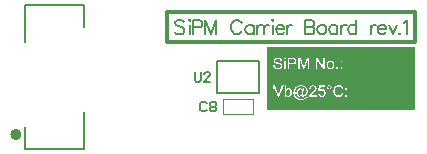
<source format=gto>
G04*
G04 #@! TF.GenerationSoftware,Altium Limited,Altium Designer,20.1.14 (287)*
G04*
G04 Layer_Color=15132400*
%FSLAX43Y43*%
%MOMM*%
G71*
G04*
G04 #@! TF.SameCoordinates,8E6D0AED-6584-4932-AFB8-F401DEA6884B*
G04*
G04*
G04 #@! TF.FilePolarity,Positive*
G04*
G01*
G75*
%ADD10C,0.500*%
%ADD11C,0.300*%
%ADD12C,0.200*%
%ADD13C,0.100*%
G36*
X15000Y2500D02*
Y655D01*
X2500D01*
Y2500D01*
X15000D01*
D02*
G37*
G36*
Y655D02*
Y-497D01*
X14999D01*
Y-2800D01*
X2499D01*
Y-497D01*
X2500D01*
Y655D01*
X15000D01*
D02*
G37*
%LPC*%
G36*
X4040Y1631D02*
X3922D01*
Y1497D01*
X4040D01*
Y1368D01*
X3922D01*
Y1371D01*
Y1368D01*
Y672D01*
X4040D01*
Y1631D01*
D02*
G37*
G36*
X3391Y1648D02*
X3373D01*
X3337Y1647D01*
X3305Y1642D01*
X3275Y1637D01*
X3248Y1631D01*
X3227Y1626D01*
X3218Y1623D01*
X3211Y1620D01*
X3205Y1617D01*
X3201Y1616D01*
X3198Y1615D01*
X3197D01*
X3169Y1601D01*
X3144Y1586D01*
X3123Y1569D01*
X3107Y1554D01*
X3094Y1540D01*
X3085Y1529D01*
X3078Y1520D01*
X3076Y1519D01*
Y1518D01*
X3062Y1494D01*
X3053Y1470D01*
X3046Y1447D01*
X3042Y1426D01*
X3039Y1408D01*
X3036Y1394D01*
Y1389D01*
Y1384D01*
Y1383D01*
Y1382D01*
X3037Y1358D01*
X3042Y1336D01*
X3047Y1315D01*
X3053Y1297D01*
X3058Y1283D01*
X3064Y1272D01*
X3068Y1265D01*
X3069Y1262D01*
X3083Y1243D01*
X3100Y1225D01*
X3116Y1210D01*
X3133Y1197D01*
X3147Y1186D01*
X3159Y1179D01*
X3168Y1174D01*
X3169Y1172D01*
X3171D01*
X3182Y1167D01*
X3194Y1161D01*
X3222Y1151D01*
X3254Y1142D01*
X3284Y1132D01*
X3312Y1124D01*
X3325Y1121D01*
X3336Y1118D01*
X3344Y1115D01*
X3351Y1114D01*
X3355Y1113D01*
X3356D01*
X3380Y1107D01*
X3402Y1102D01*
X3422Y1096D01*
X3438Y1092D01*
X3455Y1088D01*
X3469Y1083D01*
X3481Y1081D01*
X3491Y1077D01*
X3501Y1074D01*
X3508Y1072D01*
X3519Y1068D01*
X3526Y1067D01*
X3527Y1065D01*
X3548Y1057D01*
X3566Y1047D01*
X3581Y1038D01*
X3592Y1029D01*
X3602Y1021D01*
X3607Y1016D01*
X3612Y1011D01*
X3613Y1010D01*
X3623Y997D01*
X3630Y984D01*
X3634Y970D01*
X3638Y959D01*
X3639Y948D01*
X3641Y939D01*
Y932D01*
Y931D01*
X3639Y914D01*
X3637Y899D01*
X3632Y885D01*
X3627Y874D01*
X3621Y863D01*
X3617Y856D01*
X3614Y850D01*
X3613Y849D01*
X3602Y835D01*
X3588Y824D01*
X3574Y814D01*
X3562Y805D01*
X3549Y799D01*
X3539Y794D01*
X3533Y791D01*
X3530Y789D01*
X3509Y783D01*
X3487Y777D01*
X3465Y774D01*
X3445Y771D01*
X3429Y770D01*
X3415Y769D01*
X3402D01*
X3372Y770D01*
X3344Y773D01*
X3319Y777D01*
X3297Y783D01*
X3279Y788D01*
X3265Y792D01*
X3261Y794D01*
X3257Y795D01*
X3255Y796D01*
X3254D01*
X3232Y807D01*
X3211Y820D01*
X3196Y832D01*
X3182Y845D01*
X3171Y855D01*
X3164Y864D01*
X3159Y870D01*
X3158Y871D01*
X3148Y889D01*
X3139Y909D01*
X3133Y930D01*
X3128Y948D01*
X3123Y966D01*
X3121Y978D01*
Y984D01*
X3119Y988D01*
Y989D01*
Y991D01*
X3000Y979D01*
X3003Y945D01*
X3008Y911D01*
X3017Y882D01*
X3026Y856D01*
X3036Y835D01*
X3040Y827D01*
X3043Y820D01*
X3047Y814D01*
X3049Y810D01*
X3051Y807D01*
Y806D01*
X3072Y780D01*
X3094Y756D01*
X3118Y737D01*
X3140Y720D01*
X3159Y708D01*
X3176Y699D01*
X3182Y697D01*
X3186Y694D01*
X3189Y692D01*
X3190D01*
X3225Y680D01*
X3261Y670D01*
X3297Y665D01*
X3331Y659D01*
X3348Y658D01*
X3362Y656D01*
X3374D01*
X3386Y655D01*
X3000D01*
X3763D01*
X3408D01*
X3445Y656D01*
X3480Y660D01*
X3512Y667D01*
X3538Y674D01*
X3560Y680D01*
X3570Y684D01*
X3578Y687D01*
X3584Y690D01*
X3588Y691D01*
X3591Y692D01*
X3592D01*
X3621Y708D01*
X3646Y724D01*
X3668Y742D01*
X3686Y759D01*
X3700Y773D01*
X3710Y785D01*
X3717Y794D01*
X3718Y795D01*
Y796D01*
X3734Y823D01*
X3745Y848D01*
X3752Y871D01*
X3757Y893D01*
X3760Y913D01*
X3763Y928D01*
Y942D01*
Y941D01*
X3761Y968D01*
X3757Y995D01*
X3750Y1018D01*
X3743Y1038D01*
X3735Y1054D01*
X3729Y1067D01*
X3724Y1074D01*
X3723Y1077D01*
X3706Y1097D01*
X3686Y1117D01*
X3666Y1133D01*
X3645Y1149D01*
X3627Y1160D01*
X3612Y1168D01*
X3606Y1171D01*
X3602Y1174D01*
X3599Y1175D01*
X3598D01*
X3587Y1181D01*
X3573Y1185D01*
X3558Y1190D01*
X3541Y1196D01*
X3506Y1206D01*
X3470Y1215D01*
X3454Y1219D01*
X3438Y1224D01*
X3423Y1228D01*
X3411Y1230D01*
X3401Y1233D01*
X3392Y1235D01*
X3387Y1236D01*
X3386D01*
X3358Y1243D01*
X3333Y1248D01*
X3311Y1255D01*
X3291Y1261D01*
X3273Y1268D01*
X3258Y1273D01*
X3244Y1279D01*
X3232Y1283D01*
X3222Y1289D01*
X3214Y1293D01*
X3208Y1296D01*
X3202Y1300D01*
X3196Y1304D01*
X3194Y1305D01*
X3182Y1319D01*
X3173Y1333D01*
X3166Y1347D01*
X3162Y1361D01*
X3159Y1372D01*
X3158Y1382D01*
Y1387D01*
Y1390D01*
X3161Y1412D01*
X3166Y1432D01*
X3175Y1448D01*
X3184Y1463D01*
X3193Y1475D01*
X3201Y1484D01*
X3207Y1490D01*
X3209Y1491D01*
X3221Y1498D01*
X3232Y1505D01*
X3258Y1516D01*
X3286Y1523D01*
X3313Y1529D01*
X3338Y1531D01*
X3349Y1533D01*
X3358Y1534D01*
X3377D01*
X3416Y1533D01*
X3451Y1527D01*
X3478Y1519D01*
X3502Y1511D01*
X3520Y1502D01*
X3534Y1494D01*
X3541Y1488D01*
X3544Y1487D01*
X3563Y1468D01*
X3578Y1447D01*
X3591Y1425D01*
X3599Y1402D01*
X3605Y1382D01*
X3609Y1366D01*
X3610Y1359D01*
X3612Y1355D01*
Y1353D01*
Y1351D01*
X3734Y1361D01*
X3731Y1391D01*
X3724Y1419D01*
X3717Y1445D01*
X3707Y1468D01*
X3699Y1486D01*
X3692Y1500D01*
X3689Y1504D01*
X3686Y1508D01*
X3685Y1509D01*
Y1511D01*
X3667Y1534D01*
X3648Y1555D01*
X3627Y1573D01*
X3606Y1587D01*
X3588Y1599D01*
X3574Y1606D01*
X3569Y1609D01*
X3564Y1612D01*
X3562Y1613D01*
X3560D01*
X3530Y1624D01*
X3496Y1633D01*
X3466Y1640D01*
X3437Y1644D01*
X3411Y1647D01*
X3401D01*
X3391Y1648D01*
D02*
G37*
G36*
X8859Y1368D02*
X8725D01*
Y1233D01*
X8859D01*
Y1368D01*
D02*
G37*
G36*
X7375Y1631D02*
X7253D01*
Y877D01*
X6750Y1631D01*
X7040D01*
X6620D01*
Y672D01*
X6742D01*
Y1425D01*
X7244Y672D01*
X7375D01*
Y1631D01*
D02*
G37*
G36*
X6041D02*
X5871D01*
X5641Y963D01*
X5628Y927D01*
X5618Y896D01*
X5609Y870D01*
X5602Y848D01*
X5596Y831D01*
X5592Y819D01*
X5591Y812D01*
X5589Y809D01*
X5584Y828D01*
X5577Y850D01*
X5568Y874D01*
X5561Y898D01*
X5555Y918D01*
X5549Y935D01*
X5546Y942D01*
X5545Y946D01*
X5543Y949D01*
Y950D01*
X5316Y1631D01*
X5126D01*
Y672D01*
X6041D01*
Y1631D01*
D02*
G37*
G36*
X4630D02*
X4236D01*
Y672D01*
X4363D01*
Y1061D01*
X4609D01*
X4645Y1063D01*
X4679Y1065D01*
X4710Y1070D01*
X4738Y1075D01*
X4764Y1081D01*
X4786Y1088D01*
X4807Y1096D01*
X4825Y1104D01*
X4840Y1111D01*
X4854Y1120D01*
X4865Y1126D01*
X4874Y1133D01*
X4881Y1138D01*
X4885Y1142D01*
X4887Y1144D01*
X4889Y1146D01*
X4903Y1163D01*
X4915Y1179D01*
X4925Y1196D01*
X4935Y1214D01*
X4943Y1232D01*
X4949Y1248D01*
X4958Y1280D01*
X4961Y1296D01*
X4964Y1310D01*
X4965Y1322D01*
X4967Y1332D01*
X4968Y1341D01*
Y724D01*
Y1353D01*
X4967Y1379D01*
X4964Y1404D01*
X4958Y1426D01*
X4954Y1445D01*
X4949Y1462D01*
X4943Y1475D01*
X4940Y1481D01*
X4939Y1484D01*
X4928Y1505D01*
X4914Y1523D01*
X4901Y1540D01*
X4889Y1552D01*
X4878Y1562D01*
X4869Y1570D01*
X4864Y1574D01*
X4861Y1576D01*
X4843Y1587D01*
X4822Y1597D01*
X4803Y1605D01*
X4785Y1612D01*
X4768Y1616D01*
X4756Y1619D01*
X4746Y1622D01*
X4743D01*
X4722Y1624D01*
X4699Y1627D01*
X4674Y1628D01*
X4650Y1630D01*
X4630Y1631D01*
D02*
G37*
G36*
X8859Y1185D02*
Y806D01*
X8725D01*
Y672D01*
X8859D01*
Y1185D01*
D02*
G37*
G36*
X8488Y806D02*
X8353D01*
Y672D01*
X8488D01*
Y806D01*
D02*
G37*
G36*
X8181Y1383D02*
X7869D01*
D01*
X7855D01*
X7832Y1382D01*
X7810Y1380D01*
X7767Y1371D01*
X7729Y1358D01*
X7712Y1351D01*
X7697Y1344D01*
X7683Y1337D01*
X7672Y1330D01*
X7661Y1323D01*
X7653Y1318D01*
X7646Y1312D01*
X7640Y1308D01*
X7638Y1307D01*
X7636Y1305D01*
X7617Y1287D01*
X7602Y1267D01*
X7586Y1244D01*
X7575Y1222D01*
X7564Y1199D01*
X7556Y1174D01*
X7549Y1150D01*
X7543Y1128D01*
X7538Y1106D01*
X7535Y1086D01*
X7532Y1067D01*
X7531Y1052D01*
Y1038D01*
X7529Y1028D01*
Y1020D01*
X7531Y988D01*
X7534Y957D01*
X7538Y930D01*
X7543Y903D01*
X7550Y880D01*
X7557Y857D01*
X7565Y837D01*
X7574Y819D01*
X7582Y802D01*
X7590Y788D01*
X7597Y777D01*
X7604Y767D01*
X7610Y759D01*
X7614Y753D01*
X7617Y751D01*
X7618Y749D01*
X7636Y733D01*
X7654Y719D01*
X7674Y706D01*
X7693Y695D01*
X7712Y687D01*
X7733Y679D01*
X7771Y667D01*
X7787Y665D01*
X7804Y662D01*
X7818Y659D01*
X7830Y658D01*
X7841Y656D01*
X7529D01*
X8181D01*
X7855D01*
X7889Y658D01*
X7919Y663D01*
X7948Y670D01*
X7972Y677D01*
X7993Y685D01*
X8001Y688D01*
X8008Y691D01*
X8015Y694D01*
X8019Y697D01*
X8020Y698D01*
X8022D01*
X8049Y716D01*
X8073Y735D01*
X8094Y755D01*
X8111Y774D01*
X8123Y791D01*
X8133Y805D01*
X8135Y810D01*
X8138Y814D01*
X8140Y816D01*
Y817D01*
X8153Y849D01*
X8163Y884D01*
X8172Y918D01*
X8176Y953D01*
X8178Y968D01*
Y982D01*
X8180Y996D01*
X8181Y1007D01*
Y1029D01*
X8180Y1060D01*
X8177Y1088D01*
X8173Y1114D01*
X8167Y1139D01*
X8160Y1163D01*
X8152Y1183D01*
X8144Y1204D01*
X8135Y1221D01*
X8127Y1236D01*
X8119Y1250D01*
X8111Y1262D01*
X8104Y1272D01*
X8098Y1279D01*
X8094Y1285D01*
X8091Y1287D01*
X8090Y1289D01*
X8072Y1305D01*
X8054Y1319D01*
X8034Y1333D01*
X8015Y1343D01*
X7995Y1353D01*
X7976Y1359D01*
X7939Y1372D01*
X7921Y1375D01*
X7905Y1377D01*
X7891Y1380D01*
X7879Y1382D01*
X7869Y1383D01*
X8181D01*
D02*
G37*
%LPD*%
G36*
X5919Y672D02*
X5639D01*
X5919Y1475D01*
Y672D01*
D02*
G37*
G36*
X5525D02*
X5248D01*
Y1488D01*
X5525Y672D01*
D02*
G37*
G36*
X4663Y1516D02*
X4684Y1515D01*
X4700Y1513D01*
X4711Y1511D01*
X4720Y1509D01*
X4725Y1508D01*
X4727D01*
X4745Y1501D01*
X4760Y1493D01*
X4774Y1484D01*
X4786Y1475D01*
X4795Y1465D01*
X4801Y1458D01*
X4806Y1452D01*
X4807Y1451D01*
X4817Y1434D01*
X4825Y1418D01*
X4831Y1400D01*
X4833Y1384D01*
X4836Y1371D01*
X4838Y1358D01*
Y1351D01*
Y1350D01*
Y1348D01*
X4835Y1319D01*
X4829Y1294D01*
X4821Y1272D01*
X4811Y1254D01*
X4801Y1240D01*
X4793Y1229D01*
X4788Y1224D01*
X4785Y1221D01*
X4775Y1212D01*
X4763Y1206D01*
X4736Y1194D01*
X4707Y1186D01*
X4678Y1181D01*
X4652Y1178D01*
X4641Y1176D01*
X4631D01*
X4621Y1175D01*
X4363D01*
Y1518D01*
X4638D01*
X4663Y1516D01*
D02*
G37*
G36*
X7872Y1285D02*
X7887Y1283D01*
X7915Y1276D01*
X7940Y1265D01*
X7961Y1253D01*
X7977Y1240D01*
X7990Y1230D01*
X7998Y1222D01*
X8001Y1221D01*
Y1219D01*
X8012Y1207D01*
X8020Y1192D01*
X8036Y1161D01*
X8047Y1128D01*
X8054Y1097D01*
X8058Y1068D01*
X8059Y1056D01*
Y1045D01*
X8061Y1036D01*
Y1029D01*
Y1025D01*
Y1024D01*
Y999D01*
X8058Y975D01*
X8055Y954D01*
X8051Y934D01*
X8047Y916D01*
X8041Y899D01*
X8037Y884D01*
X8031Y870D01*
X8026Y859D01*
X8020Y848D01*
X8015Y839D01*
X8011Y832D01*
X8006Y827D01*
X8004Y823D01*
X8002Y821D01*
X8001Y820D01*
X7990Y809D01*
X7977Y798D01*
X7954Y781D01*
X7929Y770D01*
X7907Y762D01*
X7886Y758D01*
X7871Y755D01*
X7864Y753D01*
X7855D01*
X7839Y755D01*
X7823Y756D01*
X7794Y763D01*
X7769Y774D01*
X7749Y787D01*
X7732Y798D01*
X7719Y809D01*
X7711Y816D01*
X7710Y819D01*
X7708D01*
X7699Y832D01*
X7689Y846D01*
X7675Y878D01*
X7664Y911D01*
X7657Y945D01*
X7653Y974D01*
X7651Y986D01*
Y997D01*
X7650Y1007D01*
Y1014D01*
Y1018D01*
Y1020D01*
X7651Y1043D01*
X7653Y1067D01*
X7656Y1088D01*
X7660Y1107D01*
X7664Y1125D01*
X7668Y1142D01*
X7674Y1156D01*
X7679Y1169D01*
X7685Y1181D01*
X7690Y1192D01*
X7694Y1200D01*
X7699Y1207D01*
X7703Y1212D01*
X7706Y1217D01*
X7708Y1218D01*
Y1219D01*
X7719Y1230D01*
X7732Y1242D01*
X7755Y1258D01*
X7780Y1269D01*
X7804Y1278D01*
X7825Y1283D01*
X7840Y1285D01*
X7847Y1286D01*
X7855D01*
X7872Y1285D01*
D02*
G37*
%LPC*%
G36*
X8573Y-689D02*
X8092D01*
X8545D01*
X8499Y-691D01*
X8454Y-698D01*
X8416Y-707D01*
X8398Y-712D01*
X8381Y-718D01*
X8366Y-723D01*
X8352Y-729D01*
X8341Y-733D01*
X8330Y-737D01*
X8323Y-741D01*
X8317Y-744D01*
X8313Y-745D01*
X8312Y-747D01*
X8274Y-770D01*
X8242Y-798D01*
X8215Y-826D01*
X8191Y-854D01*
X8173Y-879D01*
X8166Y-890D01*
X8160Y-899D01*
X8155Y-906D01*
X8152Y-912D01*
X8151Y-916D01*
X8149Y-917D01*
X8130Y-960D01*
X8116Y-1005D01*
X8106Y-1049D01*
X8099Y-1089D01*
X8097Y-1107D01*
X8095Y-1125D01*
X8094Y-1139D01*
Y-1153D01*
X8092Y-1163D01*
Y-1178D01*
X8095Y-1228D01*
X8101Y-1277D01*
X8108Y-1320D01*
X8113Y-1340D01*
X8117Y-1358D01*
X8122Y-1375D01*
X8127Y-1390D01*
X8131Y-1404D01*
X8134Y-1415D01*
X8138Y-1424D01*
X8140Y-1431D01*
X8142Y-1435D01*
Y-1436D01*
X8163Y-1478D01*
X8187Y-1515D01*
X8212Y-1547D01*
X8224Y-1560D01*
X8235Y-1572D01*
X8246Y-1583D01*
X8258Y-1593D01*
X8267Y-1601D01*
X8276Y-1607D01*
X8281Y-1612D01*
X8287Y-1616D01*
X8289Y-1618D01*
X8291Y-1619D01*
X8310Y-1630D01*
X8330Y-1640D01*
X8371Y-1655D01*
X8413Y-1666D01*
X8453Y-1673D01*
X8472Y-1676D01*
X8489Y-1679D01*
X8504Y-1680D01*
X8517D01*
X8528Y-1682D01*
X8092D01*
X8543D01*
X8571Y-1680D01*
X8597Y-1677D01*
X8622Y-1675D01*
X8646Y-1669D01*
X8668Y-1662D01*
X8689Y-1655D01*
X8708Y-1648D01*
X8726Y-1640D01*
X8742Y-1633D01*
X8757Y-1626D01*
X8768Y-1619D01*
X8779Y-1612D01*
X8786Y-1607D01*
X8793Y-1604D01*
X8796Y-1601D01*
X8797Y-1600D01*
X8816Y-1583D01*
X8833Y-1566D01*
X8848Y-1547D01*
X8864Y-1528D01*
X8889Y-1489D01*
X8908Y-1450D01*
X8916Y-1432D01*
X8923Y-1415D01*
X8929Y-1400D01*
X8933Y-1388D01*
X8937Y-1377D01*
X8940Y-1368D01*
X8941Y-1363D01*
Y-1361D01*
X8814Y-1329D01*
X8808Y-1352D01*
X8801Y-1372D01*
X8794Y-1392D01*
X8787Y-1410D01*
X8779Y-1426D01*
X8771Y-1440D01*
X8761Y-1454D01*
X8753Y-1467D01*
X8746Y-1478D01*
X8737Y-1486D01*
X8730Y-1494D01*
X8725Y-1501D01*
X8719Y-1505D01*
X8715Y-1510D01*
X8714Y-1511D01*
X8712Y-1512D01*
X8699Y-1524D01*
X8683Y-1532D01*
X8653Y-1547D01*
X8624Y-1558D01*
X8595Y-1565D01*
X8570Y-1571D01*
X8560Y-1572D01*
X8550D01*
X8542Y-1573D01*
X8532D01*
X8500Y-1572D01*
X8470Y-1566D01*
X8442Y-1560D01*
X8417Y-1551D01*
X8398Y-1543D01*
X8389Y-1539D01*
X8382Y-1536D01*
X8377Y-1533D01*
X8373Y-1530D01*
X8370Y-1529D01*
X8368D01*
X8342Y-1510D01*
X8320Y-1489D01*
X8300Y-1465D01*
X8285Y-1443D01*
X8273Y-1424D01*
X8264Y-1407D01*
X8262Y-1400D01*
X8259Y-1396D01*
X8258Y-1393D01*
Y-1392D01*
X8246Y-1356D01*
X8238Y-1320D01*
X8231Y-1284D01*
X8227Y-1250D01*
X8226Y-1235D01*
X8224Y-1221D01*
Y-1209D01*
X8223Y-1199D01*
Y-1191D01*
Y-1184D01*
Y-1180D01*
Y-1178D01*
X8224Y-1142D01*
X8227Y-1109D01*
X8233Y-1078D01*
X8238Y-1051D01*
X8242Y-1027D01*
X8245Y-1017D01*
X8248Y-1009D01*
X8249Y-1002D01*
X8251Y-998D01*
X8252Y-995D01*
Y-994D01*
X8266Y-962D01*
X8281Y-933D01*
X8298Y-909D01*
X8316Y-888D01*
X8331Y-872D01*
X8343Y-861D01*
X8353Y-854D01*
X8355Y-851D01*
X8356D01*
X8385Y-833D01*
X8417Y-819D01*
X8448Y-809D01*
X8477Y-804D01*
X8503Y-800D01*
X8514Y-798D01*
X8524D01*
X8531Y-797D01*
X8542D01*
X8576Y-798D01*
X8608Y-804D01*
X8635Y-812D01*
X8658Y-820D01*
X8676Y-830D01*
X8690Y-837D01*
X8699Y-843D01*
X8701Y-845D01*
X8723Y-866D01*
X8744Y-890D01*
X8761Y-915D01*
X8775Y-940D01*
X8786Y-962D01*
X8790Y-973D01*
X8793Y-981D01*
X8796Y-988D01*
X8798Y-994D01*
X8800Y-997D01*
Y-998D01*
X8925Y-969D01*
X8916Y-944D01*
X8908Y-922D01*
X8897Y-901D01*
X8887Y-880D01*
X8876Y-862D01*
X8864Y-845D01*
X8852Y-829D01*
X8841Y-815D01*
X8830Y-804D01*
X8821Y-793D01*
X8811Y-783D01*
X8804Y-776D01*
X8797Y-769D01*
X8791Y-765D01*
X8789Y-764D01*
X8787Y-762D01*
X8768Y-750D01*
X8748Y-737D01*
X8729Y-727D01*
X8708Y-719D01*
X8667Y-707D01*
X8629Y-698D01*
X8611Y-694D01*
X8596Y-693D01*
X8581Y-691D01*
X8568Y-690D01*
X8558Y-689D01*
X8573D01*
D02*
G37*
G36*
X7936D02*
X7572D01*
X7753D01*
X7726Y-691D01*
X7701Y-697D01*
X7679Y-705D01*
X7661Y-715D01*
X7646Y-726D01*
X7635Y-734D01*
X7628Y-740D01*
X7625Y-743D01*
X7607Y-764D01*
X7595Y-784D01*
X7585Y-807D01*
X7579Y-826D01*
X7575Y-844D01*
X7574Y-858D01*
X7572Y-863D01*
Y-1052D01*
Y-870D01*
X7575Y-898D01*
X7581Y-923D01*
X7589Y-945D01*
X7599Y-963D01*
X7608Y-978D01*
X7617Y-990D01*
X7622Y-997D01*
X7625Y-999D01*
X7646Y-1017D01*
X7667Y-1030D01*
X7689Y-1039D01*
X7708Y-1045D01*
X7726Y-1049D01*
X7740Y-1051D01*
X7746Y-1052D01*
X7753D01*
X7780Y-1049D01*
X7805Y-1044D01*
X7828Y-1035D01*
X7846Y-1026D01*
X7861Y-1016D01*
X7872Y-1008D01*
X7879Y-1002D01*
X7882Y-999D01*
X7900Y-978D01*
X7914Y-956D01*
X7923Y-935D01*
X7929Y-915D01*
X7933Y-897D01*
X7934Y-883D01*
X7936Y-877D01*
Y-870D01*
X7933Y-844D01*
X7927Y-819D01*
X7919Y-797D01*
X7909Y-779D01*
X7898Y-764D01*
X7890Y-752D01*
X7884Y-745D01*
X7882Y-743D01*
X7861Y-725D01*
X7839Y-711D01*
X7818Y-701D01*
X7797Y-696D01*
X7779Y-691D01*
X7765Y-690D01*
X7760Y-689D01*
X7936D01*
D02*
G37*
G36*
X9249Y-969D02*
X9115D01*
Y-1103D01*
X9249D01*
Y-969D01*
D02*
G37*
G36*
X5373Y-689D02*
X5358D01*
X5319Y-690D01*
X5283Y-693D01*
X5247Y-697D01*
X5213Y-704D01*
X5181Y-711D01*
X5152Y-718D01*
X5125Y-727D01*
X5100Y-736D01*
X5077Y-744D01*
X5058Y-752D01*
X5040Y-761D01*
X5026Y-768D01*
X5015Y-775D01*
X5007Y-779D01*
X5001Y-782D01*
X5000Y-783D01*
X4973Y-801D01*
X4949Y-822D01*
X4925Y-843D01*
X4903Y-865D01*
X4882Y-888D01*
X4864Y-911D01*
X4847Y-933D01*
X4832Y-954D01*
X4818Y-974D01*
X4807Y-994D01*
X4796Y-1010D01*
X4789Y-1026D01*
X4782Y-1038D01*
X4778Y-1046D01*
X4775Y-1053D01*
X4774Y-1055D01*
X4763Y-1082D01*
X4753Y-1110D01*
X4736Y-1164D01*
X4725Y-1216D01*
X4720Y-1239D01*
X4717Y-1261D01*
X4714Y-1282D01*
X4713Y-1302D01*
X4710Y-1318D01*
Y-1332D01*
X4709Y-1345D01*
Y-1340D01*
Y-1360D01*
X4711Y-1413D01*
X4717Y-1461D01*
X4725Y-1507D01*
X4731Y-1528D01*
X4736Y-1547D01*
X4740Y-1564D01*
X4746Y-1579D01*
X4750Y-1593D01*
X4754Y-1604D01*
X4757Y-1614D01*
X4760Y-1621D01*
X4763Y-1625D01*
Y-1626D01*
X4781Y-1661D01*
X4801Y-1694D01*
X4824Y-1723D01*
X4845Y-1748D01*
X4864Y-1769D01*
X4872Y-1777D01*
X4879Y-1784D01*
X4885Y-1791D01*
X4889Y-1795D01*
X4892Y-1797D01*
X4893Y-1798D01*
X4926Y-1824D01*
X4962Y-1847D01*
X4997Y-1866D01*
X5029Y-1883D01*
X5044Y-1888D01*
X5058Y-1895D01*
X5071Y-1899D01*
X5080Y-1903D01*
X5090Y-1906D01*
X5096Y-1909D01*
X5100Y-1910D01*
X5101D01*
X5148Y-1923D01*
X5195Y-1933D01*
X5241Y-1938D01*
X5262Y-1941D01*
X5281Y-1944D01*
X5301Y-1945D01*
X5317Y-1946D01*
X5333D01*
X5345Y-1948D01*
X5370D01*
X5427Y-1946D01*
X5453Y-1944D01*
X5478Y-1941D01*
X5503Y-1938D01*
X5525Y-1934D01*
X5545Y-1931D01*
X5564Y-1927D01*
X5581Y-1923D01*
X5596Y-1919D01*
X5609Y-1916D01*
X5620Y-1913D01*
X5628Y-1910D01*
X5634Y-1908D01*
X5638Y-1906D01*
X5639D01*
X5679Y-1890D01*
X5717Y-1870D01*
X5750Y-1852D01*
X5778Y-1834D01*
X5790Y-1826D01*
X5800Y-1818D01*
X5810Y-1811D01*
X5818Y-1805D01*
X5824Y-1799D01*
X5828Y-1795D01*
X5831Y-1794D01*
X5832Y-1793D01*
X5861Y-1766D01*
X5885Y-1741D01*
X5905Y-1718D01*
X5921Y-1697D01*
X5933Y-1679D01*
X5941Y-1665D01*
X5944Y-1661D01*
X5947Y-1657D01*
X5948Y-1655D01*
Y-1654D01*
X5831D01*
X5807Y-1683D01*
X5779Y-1709D01*
X5750Y-1734D01*
X5721Y-1754D01*
X5696Y-1770D01*
X5685Y-1777D01*
X5675Y-1783D01*
X5667Y-1787D01*
X5661Y-1790D01*
X5657Y-1791D01*
X5656Y-1793D01*
X5610Y-1812D01*
X5563Y-1826D01*
X5514Y-1837D01*
X5469Y-1844D01*
X5448Y-1845D01*
X5430Y-1848D01*
X5412Y-1849D01*
X5398D01*
X5385Y-1851D01*
X5369D01*
X5310Y-1848D01*
X5255Y-1842D01*
X5230Y-1838D01*
X5205Y-1833D01*
X5183Y-1829D01*
X5162Y-1823D01*
X5143Y-1818D01*
X5126Y-1813D01*
X5112Y-1808D01*
X5100Y-1804D01*
X5090Y-1801D01*
X5082Y-1798D01*
X5077Y-1795D01*
X5076D01*
X5053Y-1784D01*
X5030Y-1772D01*
X5008Y-1759D01*
X4989Y-1745D01*
X4971Y-1732D01*
X4954Y-1716D01*
X4940Y-1702D01*
X4926Y-1689D01*
X4914Y-1676D01*
X4904Y-1664D01*
X4896Y-1652D01*
X4887Y-1644D01*
X4882Y-1636D01*
X4878Y-1630D01*
X4876Y-1626D01*
X4875Y-1625D01*
X4863Y-1603D01*
X4853Y-1580D01*
X4843Y-1557D01*
X4835Y-1533D01*
X4822Y-1487D01*
X4814Y-1443D01*
X4811Y-1424D01*
X4810Y-1406D01*
X4808Y-1389D01*
X4807Y-1375D01*
X4806Y-1364D01*
Y-1356D01*
Y-1350D01*
Y-1349D01*
X4807Y-1321D01*
X4808Y-1293D01*
X4817Y-1239D01*
X4822Y-1214D01*
X4828Y-1191D01*
X4833Y-1168D01*
X4840Y-1149D01*
X4847Y-1130D01*
X4853Y-1113D01*
X4858Y-1099D01*
X4864Y-1087D01*
X4868Y-1077D01*
X4872Y-1069D01*
X4874Y-1064D01*
X4875Y-1063D01*
X4889Y-1038D01*
X4903Y-1016D01*
X4919Y-994D01*
X4935Y-974D01*
X4951Y-955D01*
X4968Y-938D01*
X4983Y-923D01*
X4998Y-909D01*
X5014Y-897D01*
X5028Y-887D01*
X5039Y-877D01*
X5050Y-870D01*
X5058Y-863D01*
X5065Y-859D01*
X5069Y-858D01*
X5071Y-856D01*
X5094Y-844D01*
X5119Y-833D01*
X5144Y-823D01*
X5169Y-815D01*
X5216Y-802D01*
X5238Y-797D01*
X5259Y-793D01*
X5279Y-790D01*
X5297Y-788D01*
X5312Y-787D01*
X5326Y-786D01*
X5337Y-784D01*
X5352D01*
X5401Y-787D01*
X5448Y-793D01*
X5489Y-802D01*
X5507Y-808D01*
X5525Y-812D01*
X5541Y-818D01*
X5556Y-823D01*
X5568Y-827D01*
X5578Y-833D01*
X5586Y-836D01*
X5592Y-838D01*
X5596Y-841D01*
X5598D01*
X5636Y-863D01*
X5671Y-888D01*
X5699Y-915D01*
X5722Y-938D01*
X5740Y-960D01*
X5747Y-970D01*
X5754Y-978D01*
X5758Y-984D01*
X5761Y-990D01*
X5764Y-992D01*
Y-994D01*
X5783Y-1030D01*
X5797Y-1066D01*
X5807Y-1099D01*
X5814Y-1131D01*
X5817Y-1145D01*
X5818Y-1157D01*
X5819Y-1170D01*
Y-1180D01*
X5821Y-1187D01*
Y-1192D01*
Y-1196D01*
Y-1198D01*
X5819Y-1232D01*
X5814Y-1266D01*
X5807Y-1296D01*
X5799Y-1324D01*
X5790Y-1346D01*
X5786Y-1356D01*
X5783Y-1364D01*
X5781Y-1371D01*
X5778Y-1375D01*
X5776Y-1378D01*
Y-1379D01*
X5758Y-1410D01*
X5740Y-1438D01*
X5721Y-1462D01*
X5702Y-1482D01*
X5685Y-1499D01*
X5671Y-1510D01*
X5666Y-1514D01*
X5661Y-1517D01*
X5660Y-1519D01*
X5659D01*
X5639Y-1532D01*
X5621Y-1542D01*
X5606Y-1548D01*
X5593Y-1553D01*
X5582Y-1555D01*
X5575Y-1558D01*
X5568D01*
X5555Y-1557D01*
X5545Y-1551D01*
X5538Y-1547D01*
X5535Y-1546D01*
X5528Y-1536D01*
X5524Y-1526D01*
X5523Y-1518D01*
Y-1517D01*
Y-1515D01*
Y-1512D01*
X5524Y-1508D01*
Y-1503D01*
X5525Y-1496D01*
X5528Y-1479D01*
X5532Y-1461D01*
X5537Y-1443D01*
X5539Y-1428D01*
X5541Y-1422D01*
Y-1418D01*
X5542Y-1415D01*
Y-1414D01*
X5636Y-973D01*
X5518D01*
X5496Y-1074D01*
X5482Y-1053D01*
X5467Y-1035D01*
X5452Y-1020D01*
X5438Y-1006D01*
X5426Y-997D01*
X5416Y-990D01*
X5410Y-985D01*
X5408Y-984D01*
X5388Y-974D01*
X5369Y-966D01*
X5351Y-960D01*
X5334Y-958D01*
X5320Y-955D01*
X5309Y-954D01*
X5299D01*
X5272Y-956D01*
X5244Y-962D01*
X5218Y-970D01*
X5194Y-980D01*
X5175Y-990D01*
X5159Y-998D01*
X5154Y-1001D01*
X5150Y-1003D01*
X5147Y-1006D01*
X5145D01*
X5118Y-1028D01*
X5091Y-1053D01*
X5069Y-1080D01*
X5050Y-1105D01*
X5033Y-1128D01*
X5028Y-1138D01*
X5022Y-1146D01*
X5018Y-1155D01*
X5015Y-1160D01*
X5012Y-1163D01*
Y-1164D01*
X4994Y-1203D01*
X4982Y-1241D01*
X4972Y-1275D01*
X4967Y-1307D01*
X4964Y-1321D01*
X4962Y-1334D01*
X4961Y-1345D01*
Y-1354D01*
X4960Y-1363D01*
Y-1368D01*
Y-1371D01*
Y-1372D01*
X4961Y-1403D01*
X4965Y-1432D01*
X4971Y-1458D01*
X4976Y-1482D01*
X4982Y-1501D01*
X4987Y-1515D01*
X4990Y-1521D01*
X4991Y-1525D01*
X4993Y-1526D01*
Y-1528D01*
X5007Y-1553D01*
X5022Y-1573D01*
X5036Y-1591D01*
X5050Y-1607D01*
X5062Y-1618D01*
X5073Y-1626D01*
X5079Y-1632D01*
X5082Y-1633D01*
X5102Y-1644D01*
X5123Y-1652D01*
X5143Y-1658D01*
X5159Y-1662D01*
X5175Y-1665D01*
X5186Y-1666D01*
X5195D01*
X5216Y-1665D01*
X5236Y-1662D01*
X5254Y-1657D01*
X5269Y-1651D01*
X5283Y-1647D01*
X5292Y-1641D01*
X5299Y-1639D01*
X5302Y-1637D01*
X5322Y-1625D01*
X5340Y-1612D01*
X5356Y-1598D01*
X5370Y-1586D01*
X5381Y-1575D01*
X5391Y-1566D01*
X5396Y-1561D01*
X5398Y-1558D01*
X5399Y-1572D01*
X5401Y-1585D01*
X5402Y-1594D01*
X5405Y-1601D01*
X5406Y-1608D01*
X5408Y-1612D01*
X5409Y-1614D01*
Y-1615D01*
X5421Y-1632D01*
X5435Y-1644D01*
X5441Y-1648D01*
X5446Y-1651D01*
X5449Y-1654D01*
X5451D01*
X5462Y-1658D01*
X5474Y-1662D01*
X5498Y-1666D01*
X5509D01*
X5517Y-1668D01*
X5524D01*
X5550Y-1666D01*
X5575Y-1662D01*
X5600Y-1655D01*
X5624Y-1647D01*
X5646Y-1637D01*
X5668Y-1626D01*
X5688Y-1614D01*
X5706Y-1601D01*
X5724Y-1590D01*
X5738Y-1578D01*
X5751Y-1566D01*
X5763Y-1557D01*
X5771Y-1548D01*
X5778Y-1542D01*
X5782Y-1537D01*
X5783Y-1536D01*
X5807Y-1508D01*
X5828Y-1479D01*
X5846Y-1450D01*
X5861Y-1421D01*
X5875Y-1393D01*
X5885Y-1364D01*
X5894Y-1338D01*
X5901Y-1313D01*
X5907Y-1289D01*
X5911Y-1267D01*
X5914Y-1248D01*
X5917Y-1231D01*
Y-1217D01*
X5918Y-1207D01*
Y-1202D01*
Y-1199D01*
Y-1174D01*
X5915Y-1150D01*
X5908Y-1105D01*
X5897Y-1063D01*
X5892Y-1045D01*
X5886Y-1027D01*
X5880Y-1010D01*
X5875Y-997D01*
X5869Y-984D01*
X5864Y-973D01*
X5860Y-965D01*
X5857Y-959D01*
X5856Y-955D01*
X5854Y-954D01*
X5839Y-930D01*
X5824Y-908D01*
X5807Y-886D01*
X5790Y-868D01*
X5774Y-850D01*
X5756Y-833D01*
X5739Y-818D01*
X5724Y-805D01*
X5708Y-793D01*
X5695Y-783D01*
X5681Y-775D01*
X5671Y-768D01*
X5661Y-762D01*
X5654Y-758D01*
X5650Y-757D01*
X5649Y-755D01*
X5624Y-744D01*
X5599Y-733D01*
X5549Y-716D01*
X5500Y-705D01*
X5477Y-701D01*
X5455Y-697D01*
X5434Y-694D01*
X5416Y-691D01*
X5399Y-690D01*
X5385D01*
X5373Y-689D01*
D02*
G37*
G36*
X3878Y-705D02*
X3749D01*
X3488Y-1403D01*
X3477Y-1432D01*
X3467Y-1460D01*
X3459Y-1486D01*
X3452Y-1510D01*
X3445Y-1530D01*
X3441Y-1546D01*
X3440Y-1551D01*
X3438Y-1555D01*
X3437Y-1558D01*
Y-1560D01*
X3420Y-1504D01*
X3412Y-1478D01*
X3404Y-1454D01*
X3397Y-1433D01*
X3394Y-1425D01*
X3392Y-1417D01*
X3390Y-1411D01*
X3388Y-1407D01*
X3387Y-1404D01*
Y-1403D01*
X3137Y-705D01*
X2999D01*
X3370Y-1665D01*
X2999D01*
Y-705D01*
D01*
Y-1665D01*
X3878D01*
X3503D01*
X3878Y-705D01*
D01*
D02*
G37*
G36*
X7389Y-718D02*
X6912D01*
X6819Y-1211D01*
X6930Y-1227D01*
X6940Y-1211D01*
X6952Y-1199D01*
X6964Y-1187D01*
X6975Y-1177D01*
X6986Y-1170D01*
X6994Y-1163D01*
X7000Y-1160D01*
X7001Y-1159D01*
X7019Y-1150D01*
X7037Y-1144D01*
X7054Y-1139D01*
X7070Y-1135D01*
X7084Y-1134D01*
X7095Y-1132D01*
X7122D01*
X7138Y-1135D01*
X7167Y-1142D01*
X7192Y-1152D01*
X7215Y-1162D01*
X7231Y-1173D01*
X7244Y-1182D01*
X7251Y-1189D01*
X7253Y-1191D01*
Y-1192D01*
X7273Y-1216D01*
X7287Y-1241D01*
X7296Y-1267D01*
X7303Y-1293D01*
X7308Y-1315D01*
X7309Y-1325D01*
Y-1334D01*
X7310Y-1340D01*
Y-1346D01*
Y-1349D01*
Y-1350D01*
Y-1370D01*
X7308Y-1388D01*
X7301Y-1422D01*
X7291Y-1451D01*
X7281Y-1475D01*
X7270Y-1494D01*
X7260Y-1510D01*
X7256Y-1514D01*
X7253Y-1518D01*
X7252Y-1519D01*
X7251Y-1521D01*
X7240Y-1532D01*
X7228Y-1542D01*
X7204Y-1558D01*
X7180Y-1569D01*
X7156Y-1576D01*
X7137Y-1582D01*
X7120Y-1583D01*
X7115Y-1585D01*
X7106D01*
X7080Y-1583D01*
X7057Y-1578D01*
X7036Y-1571D01*
X7019Y-1562D01*
X7004Y-1554D01*
X6993Y-1547D01*
X6987Y-1542D01*
X6984Y-1540D01*
X6968Y-1521D01*
X6954Y-1500D01*
X6943Y-1476D01*
X6934Y-1456D01*
X6929Y-1435D01*
X6925Y-1419D01*
X6923Y-1413D01*
X6922Y-1408D01*
Y-1406D01*
Y-1404D01*
X6799Y-1414D01*
X6801Y-1436D01*
X6805Y-1457D01*
X6818Y-1496D01*
X6833Y-1529D01*
X6842Y-1544D01*
X6850Y-1557D01*
X6857Y-1569D01*
X6865Y-1580D01*
X6872Y-1589D01*
X6879Y-1596D01*
X6885Y-1601D01*
X6887Y-1607D01*
X6890Y-1608D01*
X6891Y-1609D01*
X6908Y-1622D01*
X6925Y-1633D01*
X6943Y-1643D01*
X6961Y-1651D01*
X6995Y-1664D01*
X7030Y-1672D01*
X7045Y-1676D01*
X7061Y-1677D01*
X7073Y-1679D01*
X7084Y-1680D01*
X7094Y-1682D01*
X6799D01*
X7435D01*
D01*
X7106D01*
X7136Y-1680D01*
X7163Y-1676D01*
X7190Y-1671D01*
X7213Y-1664D01*
X7235Y-1654D01*
X7256Y-1644D01*
X7276Y-1634D01*
X7292Y-1623D01*
X7308Y-1612D01*
X7321Y-1603D01*
X7332Y-1591D01*
X7342Y-1583D01*
X7349Y-1576D01*
X7355Y-1571D01*
X7357Y-1566D01*
X7359Y-1565D01*
X7373Y-1547D01*
X7384Y-1528D01*
X7395Y-1510D01*
X7403Y-1490D01*
X7417Y-1453D01*
X7425Y-1417D01*
X7428Y-1401D01*
X7431Y-1386D01*
X7432Y-1374D01*
X7434Y-1363D01*
X7435Y-1353D01*
Y-1340D01*
X7434Y-1315D01*
X7431Y-1292D01*
X7427Y-1268D01*
X7421Y-1248D01*
X7414Y-1228D01*
X7407Y-1209D01*
X7399Y-1192D01*
X7392Y-1177D01*
X7384Y-1163D01*
X7375Y-1150D01*
X7369Y-1141D01*
X7362Y-1131D01*
X7356Y-1124D01*
X7352Y-1120D01*
X7349Y-1117D01*
X7348Y-1116D01*
X7331Y-1101D01*
X7314Y-1087D01*
X7296Y-1076D01*
X7278Y-1066D01*
X7260Y-1056D01*
X7242Y-1049D01*
X7209Y-1039D01*
X7194Y-1035D01*
X7180Y-1033D01*
X7167Y-1031D01*
X7156Y-1030D01*
X7148Y-1028D01*
X7118D01*
X7101Y-1031D01*
X7068Y-1038D01*
X7037Y-1048D01*
X7009Y-1059D01*
X6987Y-1070D01*
X6977Y-1076D01*
X6969Y-1080D01*
X6962Y-1084D01*
X6958Y-1087D01*
X6955Y-1088D01*
X6954Y-1089D01*
X7005Y-830D01*
X7389D01*
Y-718D01*
D02*
G37*
G36*
X9249Y-1177D02*
Y-1530D01*
X9115D01*
Y-1665D01*
X9249D01*
Y-1177D01*
D02*
G37*
G36*
X6384Y-701D02*
X6370D01*
X6345Y-702D01*
X6321Y-704D01*
X6299Y-708D01*
X6278Y-712D01*
X6259Y-718D01*
X6241Y-723D01*
X6224Y-730D01*
X6209Y-737D01*
X6195Y-744D01*
X6184Y-751D01*
X6174Y-757D01*
X6166Y-762D01*
X6159Y-766D01*
X6155Y-770D01*
X6152Y-772D01*
X6151Y-773D01*
X6137Y-787D01*
X6125Y-802D01*
X6112Y-819D01*
X6102Y-836D01*
X6086Y-869D01*
X6075Y-902D01*
X6070Y-917D01*
X6066Y-933D01*
X6064Y-945D01*
X6061Y-956D01*
X6059Y-966D01*
Y-973D01*
X6058Y-977D01*
Y-978D01*
X6179Y-991D01*
X6181Y-959D01*
X6187Y-931D01*
X6195Y-906D01*
X6205Y-887D01*
X6213Y-870D01*
X6222Y-859D01*
X6227Y-852D01*
X6230Y-850D01*
X6251Y-833D01*
X6273Y-820D01*
X6297Y-811D01*
X6317Y-805D01*
X6337Y-801D01*
X6353Y-800D01*
X6359Y-798D01*
X6367D01*
X6396Y-800D01*
X6423Y-805D01*
X6445Y-813D01*
X6464Y-822D01*
X6480Y-831D01*
X6489Y-838D01*
X6496Y-844D01*
X6499Y-847D01*
X6516Y-866D01*
X6528Y-886D01*
X6538Y-905D01*
X6543Y-924D01*
X6548Y-940D01*
X6549Y-954D01*
X6550Y-962D01*
Y-963D01*
Y-965D01*
X6548Y-990D01*
X6542Y-1016D01*
X6532Y-1039D01*
X6523Y-1062D01*
X6511Y-1080D01*
X6502Y-1095D01*
X6499Y-1101D01*
X6496Y-1105D01*
X6493Y-1106D01*
Y-1107D01*
X6482Y-1123D01*
X6468Y-1138D01*
X6453Y-1155D01*
X6437Y-1171D01*
X6402Y-1205D01*
X6367Y-1238D01*
X6349Y-1253D01*
X6334Y-1267D01*
X6319Y-1279D01*
X6306Y-1291D01*
X6297Y-1299D01*
X6288Y-1306D01*
X6283Y-1310D01*
X6281Y-1311D01*
X6247Y-1340D01*
X6215Y-1368D01*
X6188Y-1393D01*
X6168Y-1414D01*
X6150Y-1432D01*
X6137Y-1444D01*
X6130Y-1453D01*
X6127Y-1454D01*
Y-1456D01*
X6108Y-1479D01*
X6093Y-1501D01*
X6079Y-1524D01*
X6068Y-1543D01*
X6059Y-1560D01*
X6054Y-1572D01*
X6051Y-1580D01*
X6050Y-1582D01*
Y-1583D01*
X6044Y-1598D01*
X6041Y-1612D01*
X6039Y-1626D01*
X6037Y-1639D01*
X6036Y-1650D01*
Y-1665D01*
X6672D01*
Y-1548D01*
Y-1551D01*
X6199D01*
X6216Y-1528D01*
X6224Y-1518D01*
X6231Y-1508D01*
X6238Y-1500D01*
X6244Y-1494D01*
X6248Y-1490D01*
X6249Y-1489D01*
X6256Y-1482D01*
X6265Y-1475D01*
X6284Y-1457D01*
X6306Y-1436D01*
X6330Y-1415D01*
X6352Y-1397D01*
X6362Y-1389D01*
X6370Y-1381D01*
X6377Y-1375D01*
X6383Y-1371D01*
X6385Y-1368D01*
X6387Y-1367D01*
X6409Y-1347D01*
X6431Y-1329D01*
X6450Y-1311D01*
X6468Y-1296D01*
X6485Y-1281D01*
X6499Y-1267D01*
X6513Y-1254D01*
X6524Y-1243D01*
X6535Y-1232D01*
X6543Y-1224D01*
X6550Y-1217D01*
X6557Y-1210D01*
X6564Y-1202D01*
X6567Y-1199D01*
X6586Y-1175D01*
X6603Y-1155D01*
X6617Y-1134D01*
X6628Y-1117D01*
X6636Y-1102D01*
X6642Y-1091D01*
X6645Y-1084D01*
X6646Y-1081D01*
X6654Y-1060D01*
X6660Y-1039D01*
X6665Y-1020D01*
X6668Y-1003D01*
X6670Y-988D01*
X6671Y-977D01*
Y-970D01*
Y-967D01*
X6670Y-947D01*
X6667Y-927D01*
X6664Y-908D01*
X6658Y-891D01*
X6645Y-858D01*
X6631Y-831D01*
X6622Y-819D01*
X6615Y-809D01*
X6609Y-800D01*
X6602Y-793D01*
X6596Y-787D01*
X6593Y-782D01*
X6591Y-780D01*
X6589Y-779D01*
X6574Y-765D01*
X6557Y-752D01*
X6539Y-743D01*
X6521Y-734D01*
X6485Y-721D01*
X6449Y-711D01*
X6434Y-708D01*
X6419Y-705D01*
X6405Y-704D01*
X6394Y-702D01*
X6384Y-701D01*
D02*
G37*
G36*
X4093Y-705D02*
X3975D01*
Y-1680D01*
X4578D01*
Y-1307D01*
X4577Y-1279D01*
X4575Y-1253D01*
X4571Y-1230D01*
X4567Y-1209D01*
X4563Y-1191D01*
X4560Y-1177D01*
X4559Y-1173D01*
X4557Y-1168D01*
X4556Y-1167D01*
Y-1166D01*
X4548Y-1142D01*
X4538Y-1120D01*
X4528Y-1101D01*
X4519Y-1084D01*
X4510Y-1071D01*
X4503Y-1062D01*
X4499Y-1055D01*
X4498Y-1053D01*
X4484Y-1037D01*
X4467Y-1021D01*
X4452Y-1009D01*
X4437Y-999D01*
X4424Y-991D01*
X4413Y-984D01*
X4406Y-981D01*
X4403Y-980D01*
X4383Y-972D01*
X4360Y-965D01*
X4340Y-960D01*
X4322Y-956D01*
X4306Y-955D01*
X4294Y-954D01*
X4283D01*
X4262Y-955D01*
X4241Y-958D01*
X4222Y-962D01*
X4204Y-969D01*
X4172Y-983D01*
X4144Y-1001D01*
X4133Y-1009D01*
X4122Y-1017D01*
X4114Y-1026D01*
X4107Y-1033D01*
X4100Y-1039D01*
X4096Y-1044D01*
X4094Y-1046D01*
X4093Y-1048D01*
Y-705D01*
D02*
G37*
%LPD*%
G36*
X7771Y-761D02*
X7786Y-765D01*
X7798Y-770D01*
X7810Y-776D01*
X7819Y-782D01*
X7826Y-787D01*
X7830Y-791D01*
X7832Y-793D01*
X7843Y-805D01*
X7851Y-818D01*
X7857Y-831D01*
X7861Y-844D01*
X7864Y-854D01*
X7865Y-862D01*
Y-869D01*
Y-870D01*
X7864Y-887D01*
X7859Y-902D01*
X7854Y-916D01*
X7848Y-927D01*
X7843Y-937D01*
X7837Y-944D01*
X7833Y-948D01*
X7832Y-949D01*
X7819Y-960D01*
X7807Y-967D01*
X7793Y-973D01*
X7780Y-977D01*
X7771Y-980D01*
X7762Y-981D01*
X7754D01*
X7737Y-980D01*
X7722Y-976D01*
X7708Y-972D01*
X7697Y-965D01*
X7688Y-959D01*
X7681Y-955D01*
X7676Y-951D01*
X7675Y-949D01*
X7664Y-937D01*
X7657Y-923D01*
X7651Y-911D01*
X7647Y-898D01*
X7645Y-887D01*
X7643Y-879D01*
Y-872D01*
Y-870D01*
X7645Y-854D01*
X7649Y-838D01*
X7653Y-826D01*
X7660Y-815D01*
X7665Y-805D01*
X7669Y-798D01*
X7674Y-794D01*
X7675Y-793D01*
X7688Y-782D01*
X7701Y-773D01*
X7715Y-768D01*
X7728Y-764D01*
X7737Y-761D01*
X7747Y-759D01*
X7754D01*
X7771Y-761D01*
D02*
G37*
G36*
X5331Y-1053D02*
X5352Y-1059D01*
X5370Y-1066D01*
X5385Y-1076D01*
X5398Y-1085D01*
X5408Y-1092D01*
X5414Y-1098D01*
X5416Y-1101D01*
X5431Y-1121D01*
X5442Y-1144D01*
X5449Y-1166D01*
X5455Y-1188D01*
X5457Y-1209D01*
X5460Y-1224D01*
Y-1231D01*
Y-1235D01*
Y-1238D01*
Y-1239D01*
X5459Y-1264D01*
X5456Y-1288D01*
X5452Y-1310D01*
X5448Y-1331D01*
X5444Y-1347D01*
X5439Y-1361D01*
X5437Y-1370D01*
X5435Y-1371D01*
Y-1372D01*
X5426Y-1396D01*
X5416Y-1418D01*
X5406Y-1436D01*
X5396Y-1453D01*
X5387Y-1465D01*
X5381Y-1475D01*
X5376Y-1481D01*
X5374Y-1483D01*
X5360Y-1499D01*
X5347Y-1511D01*
X5334Y-1522D01*
X5322Y-1532D01*
X5312Y-1539D01*
X5304Y-1544D01*
X5298Y-1547D01*
X5297Y-1548D01*
X5281Y-1555D01*
X5267Y-1561D01*
X5255Y-1564D01*
X5244Y-1566D01*
X5234Y-1568D01*
X5227Y-1569D01*
X5220D01*
X5200Y-1566D01*
X5181Y-1561D01*
X5165Y-1554D01*
X5151Y-1544D01*
X5139Y-1536D01*
X5130Y-1528D01*
X5123Y-1522D01*
X5122Y-1521D01*
X5108Y-1500D01*
X5098Y-1478D01*
X5090Y-1454D01*
X5086Y-1432D01*
X5083Y-1411D01*
X5082Y-1396D01*
X5080Y-1389D01*
Y-1385D01*
Y-1382D01*
Y-1381D01*
X5082Y-1358D01*
X5083Y-1338D01*
X5087Y-1315D01*
X5091Y-1297D01*
X5094Y-1281D01*
X5098Y-1267D01*
X5100Y-1259D01*
X5101Y-1257D01*
Y-1256D01*
X5109Y-1231D01*
X5119Y-1209D01*
X5127Y-1189D01*
X5137Y-1173D01*
X5144Y-1159D01*
X5151Y-1149D01*
X5155Y-1144D01*
X5157Y-1141D01*
X5169Y-1124D01*
X5183Y-1110D01*
X5194Y-1099D01*
X5205Y-1089D01*
X5213Y-1082D01*
X5222Y-1077D01*
X5226Y-1074D01*
X5227Y-1073D01*
X5241Y-1066D01*
X5255Y-1060D01*
X5269Y-1056D01*
X5281Y-1053D01*
X5292Y-1052D01*
X5301Y-1051D01*
X5308D01*
X5331Y-1053D01*
D02*
G37*
G36*
X4299D02*
X4326Y-1060D01*
X4348Y-1071D01*
X4367Y-1082D01*
X4383Y-1095D01*
X4394Y-1106D01*
X4401Y-1113D01*
X4403Y-1114D01*
Y-1116D01*
X4413Y-1128D01*
X4422Y-1144D01*
X4435Y-1174D01*
X4445Y-1209D01*
X4451Y-1241D01*
X4455Y-1270D01*
X4456Y-1284D01*
Y-1295D01*
X4458Y-1304D01*
Y-1311D01*
Y-1315D01*
Y-1317D01*
Y-1340D01*
X4455Y-1364D01*
X4452Y-1385D01*
X4449Y-1404D01*
X4445Y-1422D01*
X4440Y-1439D01*
X4434Y-1453D01*
X4430Y-1467D01*
X4424Y-1478D01*
X4419Y-1489D01*
X4415Y-1497D01*
X4409Y-1504D01*
X4406Y-1510D01*
X4403Y-1514D01*
X4401Y-1515D01*
Y-1517D01*
X4390Y-1528D01*
X4379Y-1539D01*
X4356Y-1555D01*
X4334Y-1566D01*
X4313Y-1575D01*
X4295Y-1579D01*
X4280Y-1582D01*
X4275Y-1583D01*
X4268D01*
X4250Y-1582D01*
X4234Y-1579D01*
X4218Y-1575D01*
X4204Y-1569D01*
X4177Y-1554D01*
X4157Y-1537D01*
X4139Y-1522D01*
X4126Y-1507D01*
X4122Y-1501D01*
X4119Y-1497D01*
X4116Y-1494D01*
Y-1493D01*
X4111Y-1482D01*
X4105Y-1469D01*
X4097Y-1442D01*
X4091Y-1411D01*
X4087Y-1382D01*
X4085Y-1356D01*
Y-1343D01*
X4083Y-1334D01*
Y-1325D01*
Y-1318D01*
Y-1314D01*
Y-1313D01*
Y-1289D01*
X4086Y-1268D01*
X4089Y-1248D01*
X4091Y-1228D01*
X4096Y-1211D01*
X4101Y-1195D01*
X4105Y-1181D01*
X4111Y-1167D01*
X4116Y-1156D01*
X4121Y-1146D01*
X4126Y-1138D01*
X4130Y-1131D01*
X4133Y-1125D01*
X4136Y-1121D01*
X4139Y-1120D01*
Y-1119D01*
X4150Y-1106D01*
X4161Y-1096D01*
X4172Y-1087D01*
X4183Y-1080D01*
X4205Y-1067D01*
X4226Y-1059D01*
X4244Y-1055D01*
X4259Y-1052D01*
X4265Y-1051D01*
X4286D01*
X4299Y-1053D01*
D02*
G37*
G36*
X4578Y-1680D02*
X4277D01*
X4299Y-1679D01*
X4322Y-1676D01*
X4342Y-1672D01*
X4362Y-1665D01*
X4399Y-1650D01*
X4415Y-1640D01*
X4430Y-1632D01*
X4444Y-1622D01*
X4455Y-1614D01*
X4464Y-1605D01*
X4474Y-1598D01*
X4481Y-1591D01*
X4485Y-1587D01*
X4488Y-1585D01*
X4489Y-1583D01*
X4505Y-1564D01*
X4519Y-1543D01*
X4531Y-1522D01*
X4541Y-1499D01*
X4549Y-1476D01*
X4556Y-1453D01*
X4567Y-1408D01*
X4571Y-1388D01*
X4574Y-1368D01*
X4575Y-1352D01*
X4577Y-1336D01*
X4578Y-1324D01*
Y-1680D01*
D02*
G37*
G36*
X4098Y-1596D02*
X4112Y-1611D01*
X4128Y-1625D01*
X4144Y-1637D01*
X4159Y-1647D01*
X4176Y-1655D01*
X4191Y-1662D01*
X4207Y-1668D01*
X4234Y-1675D01*
X4247Y-1677D01*
X4256Y-1679D01*
X4265D01*
X4272Y-1680D01*
X3975D01*
Y-1665D01*
X4085D01*
Y-1578D01*
X4098Y-1596D01*
D02*
G37*
D10*
X-18576Y-4870D02*
G03*
X-18576Y-4870I-224J0D01*
G01*
D11*
X-6000Y3000D02*
Y5500D01*
X15000D01*
Y3000D02*
Y5500D01*
X-6000Y3000D02*
X15000D01*
D12*
X-18000Y-6110D02*
Y-4220D01*
X-13000Y-6110D02*
Y-2970D01*
X-18000Y-6110D02*
X-13000D01*
X-18000Y6110D02*
X-13000D01*
Y4220D02*
Y6110D01*
X-18000Y2970D02*
Y6110D01*
X-1800Y1350D02*
X1800D01*
X-1800Y-1350D02*
X1800D01*
X-1800D02*
Y1350D01*
X1800Y-1350D02*
Y1350D01*
X-4521Y4650D02*
X-4635Y4764D01*
X-4807Y4821D01*
X-5035D01*
X-5206Y4764D01*
X-5321Y4650D01*
Y4536D01*
X-5264Y4421D01*
X-5206Y4364D01*
X-5092Y4307D01*
X-4749Y4193D01*
X-4635Y4136D01*
X-4578Y4079D01*
X-4521Y3964D01*
Y3793D01*
X-4635Y3679D01*
X-4807Y3622D01*
X-5035D01*
X-5206Y3679D01*
X-5321Y3793D01*
X-4138Y4821D02*
X-4081Y4764D01*
X-4024Y4821D01*
X-4081Y4878D01*
X-4138Y4821D01*
X-4081Y4421D02*
Y3622D01*
X-3812Y4193D02*
X-3298D01*
X-3127Y4250D01*
X-3070Y4307D01*
X-3013Y4421D01*
Y4593D01*
X-3070Y4707D01*
X-3127Y4764D01*
X-3298Y4821D01*
X-3812D01*
Y3622D01*
X-2744Y4821D02*
Y3622D01*
Y4821D02*
X-2287Y3622D01*
X-1830Y4821D02*
X-2287Y3622D01*
X-1830Y4821D02*
Y3622D01*
X312Y4536D02*
X255Y4650D01*
X141Y4764D01*
X27Y4821D01*
X-202D01*
X-316Y4764D01*
X-430Y4650D01*
X-488Y4536D01*
X-545Y4364D01*
Y4079D01*
X-488Y3907D01*
X-430Y3793D01*
X-316Y3679D01*
X-202Y3622D01*
X27D01*
X141Y3679D01*
X255Y3793D01*
X312Y3907D01*
X1335Y4421D02*
Y3622D01*
Y4250D02*
X1221Y4364D01*
X1106Y4421D01*
X935D01*
X821Y4364D01*
X707Y4250D01*
X649Y4079D01*
Y3964D01*
X707Y3793D01*
X821Y3679D01*
X935Y3622D01*
X1106D01*
X1221Y3679D01*
X1335Y3793D01*
X1655Y4421D02*
Y3622D01*
Y4079D02*
X1712Y4250D01*
X1826Y4364D01*
X1941Y4421D01*
X2112D01*
X2220D02*
Y3622D01*
Y4079D02*
X2278Y4250D01*
X2392Y4364D01*
X2506Y4421D01*
X2678D01*
X2900Y4821D02*
X2957Y4764D01*
X3015Y4821D01*
X2957Y4878D01*
X2900Y4821D01*
X2957Y4421D02*
Y3622D01*
X3226Y4079D02*
X3912D01*
Y4193D01*
X3854Y4307D01*
X3797Y4364D01*
X3683Y4421D01*
X3512D01*
X3397Y4364D01*
X3283Y4250D01*
X3226Y4079D01*
Y3964D01*
X3283Y3793D01*
X3397Y3679D01*
X3512Y3622D01*
X3683D01*
X3797Y3679D01*
X3912Y3793D01*
X4169Y4421D02*
Y3622D01*
Y4079D02*
X4226Y4250D01*
X4340Y4364D01*
X4454Y4421D01*
X4626D01*
X5677Y4821D02*
Y3622D01*
Y4821D02*
X6191D01*
X6362Y4764D01*
X6420Y4707D01*
X6477Y4593D01*
Y4479D01*
X6420Y4364D01*
X6362Y4307D01*
X6191Y4250D01*
X5677D02*
X6191D01*
X6362Y4193D01*
X6420Y4136D01*
X6477Y4021D01*
Y3850D01*
X6420Y3736D01*
X6362Y3679D01*
X6191Y3622D01*
X5677D01*
X7031Y4421D02*
X6917Y4364D01*
X6802Y4250D01*
X6745Y4079D01*
Y3964D01*
X6802Y3793D01*
X6917Y3679D01*
X7031Y3622D01*
X7202D01*
X7317Y3679D01*
X7431Y3793D01*
X7488Y3964D01*
Y4079D01*
X7431Y4250D01*
X7317Y4364D01*
X7202Y4421D01*
X7031D01*
X8436D02*
Y3622D01*
Y4250D02*
X8322Y4364D01*
X8208Y4421D01*
X8036D01*
X7922Y4364D01*
X7808Y4250D01*
X7751Y4079D01*
Y3964D01*
X7808Y3793D01*
X7922Y3679D01*
X8036Y3622D01*
X8208D01*
X8322Y3679D01*
X8436Y3793D01*
X8756Y4421D02*
Y3622D01*
Y4079D02*
X8813Y4250D01*
X8928Y4364D01*
X9042Y4421D01*
X9213D01*
X10007Y4821D02*
Y3622D01*
Y4250D02*
X9893Y4364D01*
X9779Y4421D01*
X9607D01*
X9493Y4364D01*
X9379Y4250D01*
X9322Y4079D01*
Y3964D01*
X9379Y3793D01*
X9493Y3679D01*
X9607Y3622D01*
X9779D01*
X9893Y3679D01*
X10007Y3793D01*
X11270Y4421D02*
Y3622D01*
Y4079D02*
X11327Y4250D01*
X11441Y4364D01*
X11556Y4421D01*
X11727D01*
X11836Y4079D02*
X12521D01*
Y4193D01*
X12464Y4307D01*
X12407Y4364D01*
X12293Y4421D01*
X12121D01*
X12007Y4364D01*
X11893Y4250D01*
X11836Y4079D01*
Y3964D01*
X11893Y3793D01*
X12007Y3679D01*
X12121Y3622D01*
X12293D01*
X12407Y3679D01*
X12521Y3793D01*
X12778Y4421D02*
X13121Y3622D01*
X13464Y4421D02*
X13121Y3622D01*
X13715Y3736D02*
X13658Y3679D01*
X13715Y3622D01*
X13772Y3679D01*
X13715Y3736D01*
X14035Y4593D02*
X14149Y4650D01*
X14321Y4821D01*
Y3622D01*
X-2633Y-2233D02*
X-2767Y-2100D01*
X-3033D01*
X-3166Y-2233D01*
Y-2767D01*
X-3033Y-2900D01*
X-2767D01*
X-2633Y-2767D01*
X-2367Y-2233D02*
X-2233Y-2100D01*
X-1967D01*
X-1834Y-2233D01*
Y-2367D01*
X-1967Y-2500D01*
X-1834Y-2633D01*
Y-2767D01*
X-1967Y-2900D01*
X-2233D01*
X-2367Y-2767D01*
Y-2633D01*
X-2233Y-2500D01*
X-2367Y-2367D01*
Y-2233D01*
X-2233Y-2500D02*
X-1967D01*
X-3666Y400D02*
Y-267D01*
X-3533Y-400D01*
X-3267D01*
X-3133Y-267D01*
Y400D01*
X-2334Y-400D02*
X-2867D01*
X-2334Y133D01*
Y267D01*
X-2467Y400D01*
X-2733D01*
X-2867Y267D01*
D13*
X-1270Y-3135D02*
Y-1865D01*
X1270D01*
Y-3135D02*
Y-1865D01*
X-1270Y-3135D02*
X1270D01*
M02*

</source>
